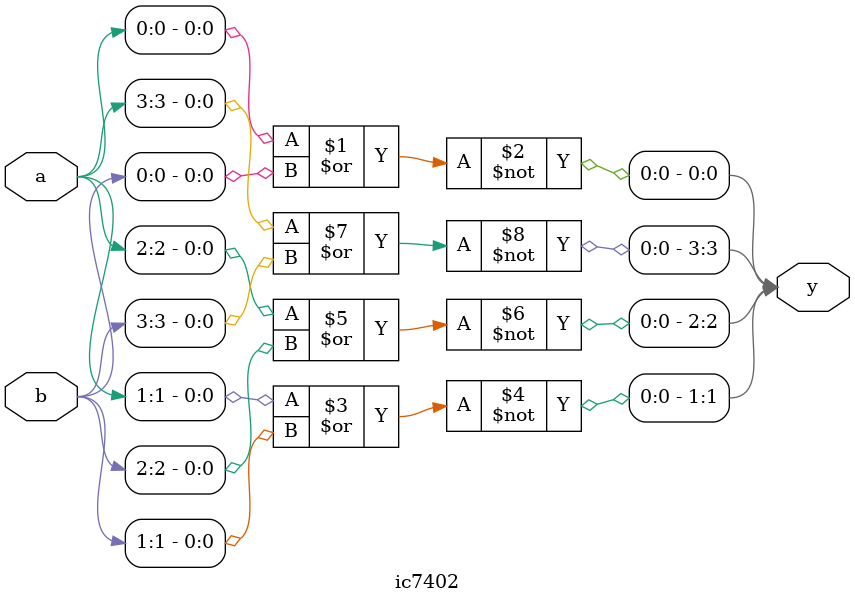
<source format=v>

module ic7402(a, b, y);
    input   [3:0] a;
    input   [3:0] b;
    output  [3:0] y;
    
    assign #5 y[0] = ~(a[0] | b[0]);
    assign #5 y[1] = ~(a[1] | b[1]);
    assign #5 y[2] = ~(a[2] | b[2]);
    assign #5 y[3] = ~(a[3] | b[3]);
    
endmodule

</source>
